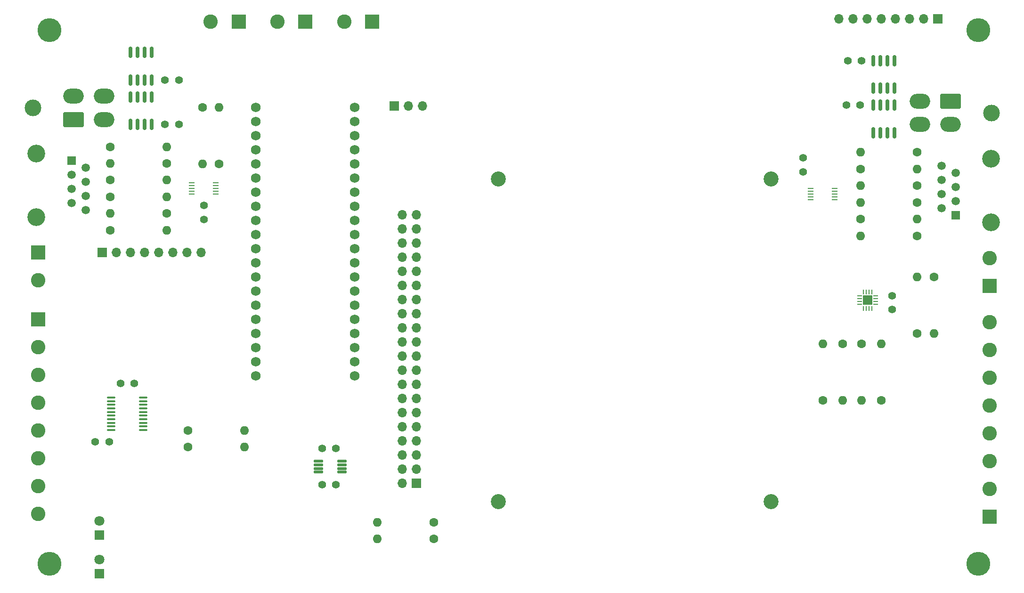
<source format=gbr>
%TF.GenerationSoftware,KiCad,Pcbnew,8.0.4*%
%TF.CreationDate,2025-03-05T00:42:49-06:00*%
%TF.ProjectId,control_pcb,636f6e74-726f-46c5-9f70-63622e6b6963,rev?*%
%TF.SameCoordinates,Original*%
%TF.FileFunction,Soldermask,Top*%
%TF.FilePolarity,Negative*%
%FSLAX46Y46*%
G04 Gerber Fmt 4.6, Leading zero omitted, Abs format (unit mm)*
G04 Created by KiCad (PCBNEW 8.0.4) date 2025-03-05 00:42:49*
%MOMM*%
%LPD*%
G01*
G04 APERTURE LIST*
G04 Aperture macros list*
%AMRoundRect*
0 Rectangle with rounded corners*
0 $1 Rounding radius*
0 $2 $3 $4 $5 $6 $7 $8 $9 X,Y pos of 4 corners*
0 Add a 4 corners polygon primitive as box body*
4,1,4,$2,$3,$4,$5,$6,$7,$8,$9,$2,$3,0*
0 Add four circle primitives for the rounded corners*
1,1,$1+$1,$2,$3*
1,1,$1+$1,$4,$5*
1,1,$1+$1,$6,$7*
1,1,$1+$1,$8,$9*
0 Add four rect primitives between the rounded corners*
20,1,$1+$1,$2,$3,$4,$5,0*
20,1,$1+$1,$4,$5,$6,$7,0*
20,1,$1+$1,$6,$7,$8,$9,0*
20,1,$1+$1,$8,$9,$2,$3,0*%
G04 Aperture macros list end*
%ADD10C,1.400000*%
%ADD11C,1.600000*%
%ADD12O,1.600000X1.600000*%
%ADD13RoundRect,0.125000X0.687500X0.125000X-0.687500X0.125000X-0.687500X-0.125000X0.687500X-0.125000X0*%
%ADD14R,1.700000X1.700000*%
%ADD15O,1.700000X1.700000*%
%ADD16R,2.600000X2.600000*%
%ADD17C,2.600000*%
%ADD18C,3.000000*%
%ADD19RoundRect,0.250001X1.599999X-1.099999X1.599999X1.099999X-1.599999X1.099999X-1.599999X-1.099999X0*%
%ADD20O,3.700000X2.700000*%
%ADD21RoundRect,0.150000X-0.150000X0.825000X-0.150000X-0.825000X0.150000X-0.825000X0.150000X0.825000X0*%
%ADD22C,2.700000*%
%ADD23RoundRect,0.100000X0.637500X0.100000X-0.637500X0.100000X-0.637500X-0.100000X0.637500X-0.100000X0*%
%ADD24C,3.200000*%
%ADD25R,1.500000X1.500000*%
%ADD26C,1.500000*%
%ADD27R,1.800000X1.800000*%
%ADD28C,1.800000*%
%ADD29C,4.300000*%
%ADD30RoundRect,0.062500X-0.355000X-0.062500X0.355000X-0.062500X0.355000X0.062500X-0.355000X0.062500X0*%
%ADD31RoundRect,0.062500X-0.062500X-0.355000X0.062500X-0.355000X0.062500X0.355000X-0.062500X0.355000X0*%
%ADD32R,1.680000X1.680000*%
%ADD33RoundRect,0.150000X0.150000X-0.825000X0.150000X0.825000X-0.150000X0.825000X-0.150000X-0.825000X0*%
%ADD34C,1.750000*%
%ADD35R,1.100000X0.250000*%
%ADD36RoundRect,0.250001X-1.599999X1.099999X-1.599999X-1.099999X1.599999X-1.099999X1.599999X1.099999X0*%
G04 APERTURE END LIST*
D10*
%TO.C,C2*%
X204500000Y-58500000D03*
X204500000Y-56000000D03*
%TD*%
%TO.C,C12*%
X214750000Y-46500000D03*
X212250000Y-46500000D03*
%TD*%
D11*
%TO.C,R15*%
X93920000Y-108000000D03*
D12*
X104080000Y-108000000D03*
%TD*%
D10*
%TO.C,C4*%
X79750000Y-107000000D03*
X77250000Y-107000000D03*
%TD*%
D11*
%TO.C,R7*%
X96500000Y-46920000D03*
D12*
X96500000Y-57080000D03*
%TD*%
D11*
%TO.C,R13*%
X79920000Y-54000000D03*
D12*
X90080000Y-54000000D03*
%TD*%
D13*
%TO.C,U4*%
X121612500Y-112475000D03*
X121612500Y-111825000D03*
X121612500Y-111175000D03*
X121612500Y-110525000D03*
X117387500Y-110525000D03*
X117387500Y-111175000D03*
X117387500Y-111825000D03*
X117387500Y-112475000D03*
%TD*%
D11*
%TO.C,R6*%
X225000000Y-55000000D03*
D12*
X214840000Y-55000000D03*
%TD*%
D14*
%TO.C,J1*%
X135000000Y-114480000D03*
D15*
X132460000Y-114480000D03*
X135000000Y-111940000D03*
X132460000Y-111940000D03*
X135000000Y-109400000D03*
X132460000Y-109400000D03*
X135000000Y-106860000D03*
X132460000Y-106860000D03*
X135000000Y-104320000D03*
X132460000Y-104320000D03*
X135000000Y-101780000D03*
X132460000Y-101780000D03*
X135000000Y-99240000D03*
X132460000Y-99240000D03*
X135000000Y-96700000D03*
X132460000Y-96700000D03*
X135000000Y-94160000D03*
X132460000Y-94160000D03*
X135000000Y-91620000D03*
X132460000Y-91620000D03*
X135000000Y-89080000D03*
X132460000Y-89080000D03*
X135000000Y-86540000D03*
X132460000Y-86540000D03*
X135000000Y-84000000D03*
X132460000Y-84000000D03*
X135000000Y-81460000D03*
X132460000Y-81460000D03*
X135000000Y-78920000D03*
X132460000Y-78920000D03*
X135000000Y-76380000D03*
X132460000Y-76380000D03*
X135000000Y-73840000D03*
X132460000Y-73840000D03*
X135000000Y-71300000D03*
X132460000Y-71300000D03*
X135000000Y-68760000D03*
X132460000Y-68760000D03*
X135000000Y-66220000D03*
X132460000Y-66220000D03*
%TD*%
D16*
%TO.C,J13*%
X115000000Y-31500000D03*
D17*
X110000000Y-31500000D03*
%TD*%
D18*
%TO.C,J14*%
X66000000Y-47000000D03*
D19*
X73300000Y-49100000D03*
D20*
X73300000Y-44900000D03*
X78800000Y-49100000D03*
X78800000Y-44900000D03*
%TD*%
D14*
%TO.C,J4*%
X228660000Y-31000000D03*
D15*
X226120000Y-31000000D03*
X223580000Y-31000000D03*
X221040000Y-31000000D03*
X218500000Y-31000000D03*
X215960000Y-31000000D03*
X213420000Y-31000000D03*
X210880000Y-31000000D03*
%TD*%
D21*
%TO.C,U6*%
X87405000Y-45025000D03*
X86135000Y-45025000D03*
X84865000Y-45025000D03*
X83595000Y-45025000D03*
X83595000Y-49975000D03*
X84865000Y-49975000D03*
X86135000Y-49975000D03*
X87405000Y-49975000D03*
%TD*%
D11*
%TO.C,R4*%
X214840000Y-58000000D03*
D12*
X225000000Y-58000000D03*
%TD*%
D16*
%TO.C,J11*%
X127000000Y-31500000D03*
D17*
X122000000Y-31500000D03*
%TD*%
D11*
%TO.C,R10*%
X225000000Y-64000000D03*
D12*
X214840000Y-64000000D03*
%TD*%
D11*
%TO.C,R11*%
X90080000Y-57000000D03*
D12*
X79920000Y-57000000D03*
%TD*%
D11*
%TO.C,R14*%
X225000000Y-70000000D03*
D12*
X214840000Y-70000000D03*
%TD*%
D16*
%TO.C,J12*%
X103000000Y-31500000D03*
D17*
X98000000Y-31500000D03*
%TD*%
D22*
%TO.C,*%
X149695000Y-117820000D03*
%TD*%
D21*
%TO.C,U7*%
X87405000Y-37025000D03*
X86135000Y-37025000D03*
X84865000Y-37025000D03*
X83595000Y-37025000D03*
X83595000Y-41975000D03*
X84865000Y-41975000D03*
X86135000Y-41975000D03*
X87405000Y-41975000D03*
%TD*%
D11*
%TO.C,R8*%
X99500000Y-57080000D03*
D12*
X99500000Y-46920000D03*
%TD*%
D11*
%TO.C,R3*%
X90080000Y-66000000D03*
D12*
X79920000Y-66000000D03*
%TD*%
D23*
%TO.C,U5*%
X85862500Y-104925000D03*
X85862500Y-104275000D03*
X85862500Y-103625000D03*
X85862500Y-102975000D03*
X85862500Y-102325000D03*
X85862500Y-101675000D03*
X85862500Y-101025000D03*
X85862500Y-100375000D03*
X85862500Y-99725000D03*
X85862500Y-99075000D03*
X80137500Y-99075000D03*
X80137500Y-99725000D03*
X80137500Y-100375000D03*
X80137500Y-101025000D03*
X80137500Y-101675000D03*
X80137500Y-102325000D03*
X80137500Y-102975000D03*
X80137500Y-103625000D03*
X80137500Y-104275000D03*
X80137500Y-104925000D03*
%TD*%
D24*
%TO.C,J10*%
X238250000Y-67552500D03*
X238250000Y-56122500D03*
D25*
X231900000Y-66282500D03*
D26*
X229360000Y-65012500D03*
X231900000Y-63742500D03*
X229360000Y-62472500D03*
X231900000Y-61202500D03*
X229360000Y-59932500D03*
X231900000Y-58662500D03*
X229360000Y-57392500D03*
%TD*%
D11*
%TO.C,R22*%
X225000000Y-87580000D03*
D12*
X225000000Y-77420000D03*
%TD*%
D10*
%TO.C,C5*%
X84250000Y-96500000D03*
X81750000Y-96500000D03*
%TD*%
D11*
%TO.C,R25*%
X138080000Y-121500000D03*
D12*
X127920000Y-121500000D03*
%TD*%
D10*
%TO.C,C11*%
X215000000Y-38500000D03*
X212500000Y-38500000D03*
%TD*%
D11*
%TO.C,R23*%
X228000000Y-77420000D03*
D12*
X228000000Y-87580000D03*
%TD*%
D27*
%TO.C,D1*%
X78000000Y-130775000D03*
D28*
X78000000Y-128235000D03*
%TD*%
D29*
%TO.C,H2*%
X69000000Y-129000000D03*
%TD*%
D11*
%TO.C,R24*%
X138080000Y-124500000D03*
D12*
X127920000Y-124500000D03*
%TD*%
D11*
%TO.C,R2*%
X225000000Y-61000000D03*
D12*
X214840000Y-61000000D03*
%TD*%
D11*
%TO.C,R9*%
X79920000Y-60000000D03*
D12*
X90080000Y-60000000D03*
%TD*%
D30*
%TO.C,U9*%
X214622500Y-80830000D03*
X214622500Y-81330000D03*
X214622500Y-81830000D03*
X214622500Y-82330000D03*
D31*
X215330000Y-83037500D03*
X215830000Y-83037500D03*
X216330000Y-83037500D03*
X216830000Y-83037500D03*
D30*
X217537500Y-82330000D03*
X217537500Y-81830000D03*
X217537500Y-81330000D03*
X217537500Y-80830000D03*
D31*
X216830000Y-80122500D03*
X216330000Y-80122500D03*
X215830000Y-80122500D03*
X215330000Y-80122500D03*
D32*
X216080000Y-81580000D03*
%TD*%
D11*
%TO.C,R16*%
X93920000Y-105000000D03*
D12*
X104080000Y-105000000D03*
%TD*%
D10*
%TO.C,C9*%
X89750000Y-50000000D03*
X92250000Y-50000000D03*
%TD*%
D14*
%TO.C,J5*%
X130975000Y-46706844D03*
D15*
X133515000Y-46706844D03*
X136055000Y-46706844D03*
%TD*%
D22*
%TO.C,*%
X198695000Y-59820000D03*
%TD*%
D33*
%TO.C,U10*%
X217095000Y-43475000D03*
X218365000Y-43475000D03*
X219635000Y-43475000D03*
X220905000Y-43475000D03*
X220905000Y-38525000D03*
X219635000Y-38525000D03*
X218365000Y-38525000D03*
X217095000Y-38525000D03*
%TD*%
D11*
%TO.C,R18*%
X211550000Y-89420000D03*
D12*
X211550000Y-99580000D03*
%TD*%
D34*
%TO.C,U3*%
X106110000Y-46940000D03*
X106110000Y-49480000D03*
X106110000Y-52020000D03*
X106110000Y-54560000D03*
X106110000Y-57100000D03*
X106110000Y-59640000D03*
X106110000Y-62180000D03*
X106110000Y-64720000D03*
X106110000Y-67260000D03*
X106110000Y-69800000D03*
X106110000Y-72340000D03*
X106110000Y-74880000D03*
X106110000Y-77420000D03*
X106110000Y-79960000D03*
X106110000Y-82500000D03*
X106110000Y-85040000D03*
X106110000Y-87580000D03*
X106110000Y-90120000D03*
X106110000Y-92660000D03*
X106110000Y-95200000D03*
X123890000Y-95200000D03*
X123890000Y-92660000D03*
X123890000Y-90120000D03*
X123890000Y-87580000D03*
X123890000Y-85040000D03*
X123890000Y-82500000D03*
X123890000Y-79960000D03*
X123890000Y-77420000D03*
X123890000Y-74880000D03*
X123890000Y-72340000D03*
X123890000Y-69800000D03*
X123890000Y-67260000D03*
X123890000Y-64720000D03*
X123890000Y-62180000D03*
X123890000Y-59640000D03*
X123890000Y-57100000D03*
X123890000Y-54560000D03*
X123890000Y-52020000D03*
X123890000Y-49480000D03*
X123890000Y-46940000D03*
%TD*%
D16*
%TO.C,J6*%
X67000000Y-73000000D03*
D17*
X67000000Y-78000000D03*
%TD*%
D14*
%TO.C,J3*%
X78460000Y-73000000D03*
D15*
X81000000Y-73000000D03*
X83540000Y-73000000D03*
X86080000Y-73000000D03*
X88620000Y-73000000D03*
X91160000Y-73000000D03*
X93700000Y-73000000D03*
X96240000Y-73000000D03*
%TD*%
D16*
%TO.C,J7*%
X238000000Y-79000000D03*
D17*
X238000000Y-74000000D03*
%TD*%
D35*
%TO.C,U1*%
X98900000Y-62500000D03*
X98900000Y-62000000D03*
X98900000Y-61500000D03*
X98900000Y-61000000D03*
X98900000Y-60500000D03*
X94600000Y-60500000D03*
X94600000Y-61000000D03*
X94600000Y-61500000D03*
X94600000Y-62000000D03*
X94600000Y-62500000D03*
%TD*%
D29*
%TO.C,H4*%
X236000000Y-33000000D03*
%TD*%
D16*
%TO.C,J9*%
X238000000Y-120500000D03*
D17*
X238000000Y-115500000D03*
X238000000Y-110500000D03*
X238000000Y-105500000D03*
X238000000Y-100500000D03*
X238000000Y-95500000D03*
X238000000Y-90500000D03*
X238000000Y-85500000D03*
%TD*%
D35*
%TO.C,U2*%
X205850000Y-61500000D03*
X205850000Y-62000000D03*
X205850000Y-62500000D03*
X205850000Y-63000000D03*
X205850000Y-63500000D03*
X210150000Y-63500000D03*
X210150000Y-63000000D03*
X210150000Y-62500000D03*
X210150000Y-62000000D03*
X210150000Y-61500000D03*
%TD*%
D29*
%TO.C,H1*%
X69000000Y-33000000D03*
%TD*%
D11*
%TO.C,R1*%
X79920000Y-63000000D03*
D12*
X90080000Y-63000000D03*
%TD*%
D22*
%TO.C,REF\u002A\u002A*%
X198695000Y-117820000D03*
%TD*%
D11*
%TO.C,R21*%
X215000000Y-89420000D03*
D12*
X215000000Y-99580000D03*
%TD*%
D29*
%TO.C,H3*%
X236000000Y-129000000D03*
%TD*%
D27*
%TO.C,D2*%
X78000000Y-123775000D03*
D28*
X78000000Y-121235000D03*
%TD*%
D10*
%TO.C,C1*%
X96778579Y-64568291D03*
X96778579Y-67068291D03*
%TD*%
%TO.C,C3*%
X118000000Y-114750000D03*
X120500000Y-114750000D03*
%TD*%
D11*
%TO.C,R12*%
X214840000Y-67000000D03*
D12*
X225000000Y-67000000D03*
%TD*%
D11*
%TO.C,R19*%
X218500000Y-99580000D03*
D12*
X218500000Y-89420000D03*
%TD*%
D11*
%TO.C,R17*%
X208000000Y-99580000D03*
D12*
X208000000Y-89420000D03*
%TD*%
D10*
%TO.C,C10*%
X89750000Y-42000000D03*
X92250000Y-42000000D03*
%TD*%
D22*
%TO.C,*%
X198695000Y-117820000D03*
%TD*%
%TO.C,REF\u002A\u002A*%
X149695000Y-117820000D03*
%TD*%
D18*
%TO.C,J15*%
X238300000Y-47900000D03*
D36*
X231000000Y-45800000D03*
D20*
X231000000Y-50000000D03*
X225500000Y-45800000D03*
X225500000Y-50000000D03*
%TD*%
D24*
%TO.C,J2*%
X66650000Y-55230000D03*
X66650000Y-66660000D03*
D25*
X73000000Y-56500000D03*
D26*
X75540000Y-57770000D03*
X73000000Y-59040000D03*
X75540000Y-60310000D03*
X73000000Y-61580000D03*
X75540000Y-62850000D03*
X73000000Y-64120000D03*
X75540000Y-65390000D03*
%TD*%
D22*
%TO.C,REF\u002A\u002A*%
X198695000Y-59820000D03*
%TD*%
D10*
%TO.C,C7*%
X120500000Y-108250000D03*
X118000000Y-108250000D03*
%TD*%
D11*
%TO.C,R5*%
X79920000Y-69000000D03*
D12*
X90080000Y-69000000D03*
%TD*%
D33*
%TO.C,U11*%
X217095000Y-51475000D03*
X218365000Y-51475000D03*
X219635000Y-51475000D03*
X220905000Y-51475000D03*
X220905000Y-46525000D03*
X219635000Y-46525000D03*
X218365000Y-46525000D03*
X217095000Y-46525000D03*
%TD*%
D10*
%TO.C,C6*%
X220500000Y-80750000D03*
X220500000Y-83250000D03*
%TD*%
D16*
%TO.C,J8*%
X67000000Y-85000000D03*
D17*
X67000000Y-90000000D03*
X67000000Y-95000000D03*
X67000000Y-100000000D03*
X67000000Y-105000000D03*
X67000000Y-110000000D03*
X67000000Y-115000000D03*
X67000000Y-120000000D03*
%TD*%
D22*
%TO.C,REF\u002A\u002A*%
X149695000Y-59820000D03*
%TD*%
M02*

</source>
